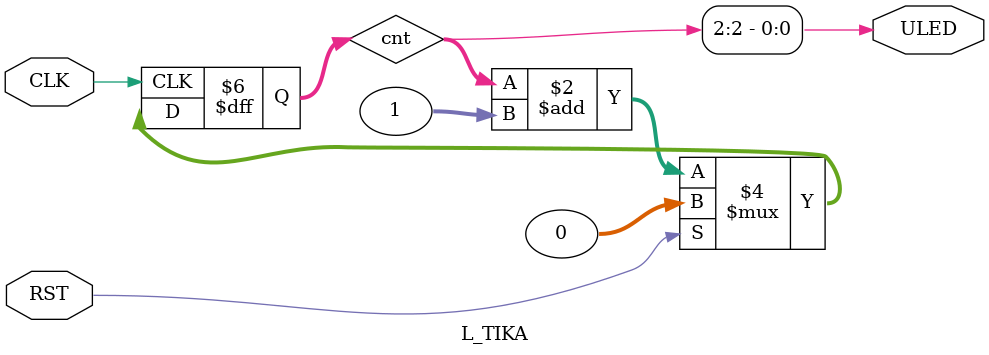
<source format=v>
`default_nettype none
  
module L_TIKA #(parameter   WIDTH = 32)
               (input  wire CLK, 
                input  wire RST, 
                output wire ULED);
  
  reg [WIDTH-1:0] cnt;
  
  assign ULED = cnt[2];
  
  always @(posedge CLK) begin
    if (RST) cnt <= 0;
    else     cnt <= cnt + 1;
  end
  
endmodule

`default_nettype wire

</source>
